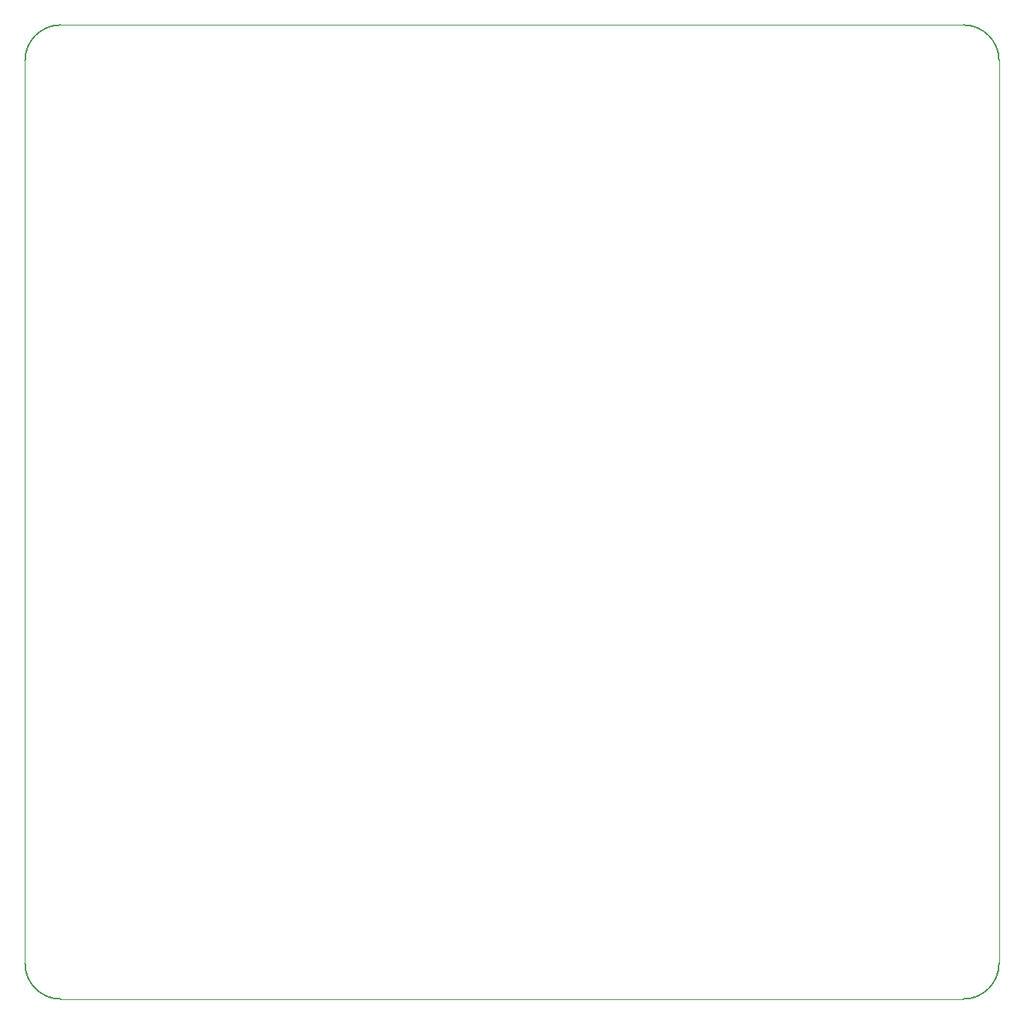
<source format=gm1>
G04 #@! TF.GenerationSoftware,KiCad,Pcbnew,7.0.5*
G04 #@! TF.CreationDate,2023-09-13T23:13:29-07:00*
G04 #@! TF.ProjectId,Custom_KeyPad,43757374-6f6d-45f4-9b65-795061642e6b,rev?*
G04 #@! TF.SameCoordinates,Original*
G04 #@! TF.FileFunction,Profile,NP*
%FSLAX46Y46*%
G04 Gerber Fmt 4.6, Leading zero omitted, Abs format (unit mm)*
G04 Created by KiCad (PCBNEW 7.0.5) date 2023-09-13 23:13:29*
%MOMM*%
%LPD*%
G01*
G04 APERTURE LIST*
G04 #@! TA.AperFunction,Profile*
%ADD10C,0.100000*%
G04 #@! TD*
G04 #@! TA.AperFunction,Profile*
%ADD11C,0.150000*%
G04 #@! TD*
G04 APERTURE END LIST*
D10*
X203000000Y-35000000D02*
X101000000Y-35000000D01*
D11*
X207000000Y-39000000D02*
G75*
G03*
X203000000Y-35000000I-4000000J0D01*
G01*
D10*
X101000000Y-145000000D02*
X203000000Y-145000000D01*
X207000000Y-141000000D02*
X207000000Y-39000000D01*
D11*
X203000000Y-145000000D02*
G75*
G03*
X207000000Y-141000000I0J4000000D01*
G01*
X97000000Y-141000000D02*
G75*
G03*
X101000000Y-145000000I4000000J0D01*
G01*
D10*
X97000000Y-39000000D02*
X97000000Y-141000000D01*
D11*
X101000000Y-35000000D02*
G75*
G03*
X97000000Y-39000000I0J-4000000D01*
G01*
M02*

</source>
